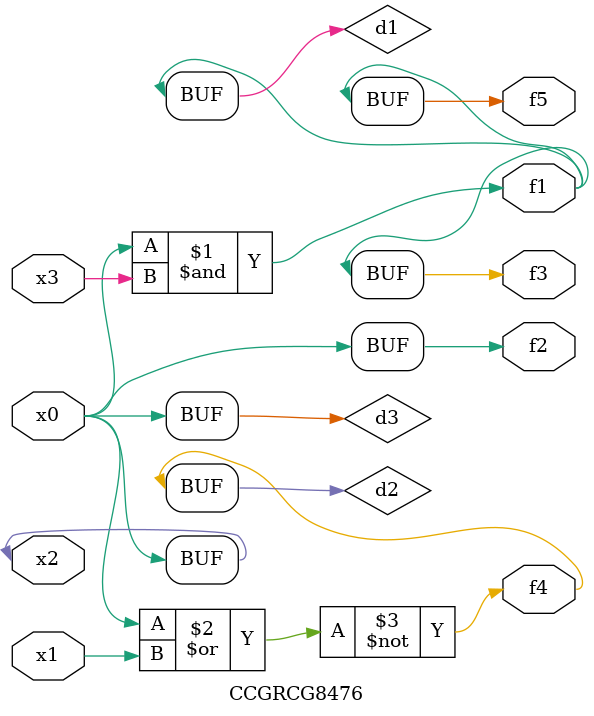
<source format=v>
module CCGRCG8476(
	input x0, x1, x2, x3,
	output f1, f2, f3, f4, f5
);

	wire d1, d2, d3;

	and (d1, x2, x3);
	nor (d2, x0, x1);
	buf (d3, x0, x2);
	assign f1 = d1;
	assign f2 = d3;
	assign f3 = d1;
	assign f4 = d2;
	assign f5 = d1;
endmodule

</source>
